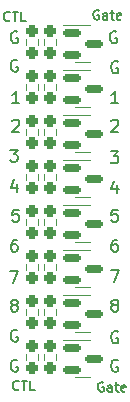
<source format=gto>
G04 #@! TF.GenerationSoftware,KiCad,Pcbnew,(6.0.7)*
G04 #@! TF.CreationDate,2023-04-10T20:46:38+08:00*
G04 #@! TF.ProjectId,switchNMos1,73776974-6368-44e4-9d6f-73312e6b6963,rev?*
G04 #@! TF.SameCoordinates,Original*
G04 #@! TF.FileFunction,Legend,Top*
G04 #@! TF.FilePolarity,Positive*
%FSLAX46Y46*%
G04 Gerber Fmt 4.6, Leading zero omitted, Abs format (unit mm)*
G04 Created by KiCad (PCBNEW (6.0.7)) date 2023-04-10 20:46:38*
%MOMM*%
%LPD*%
G01*
G04 APERTURE LIST*
G04 Aperture macros list*
%AMRoundRect*
0 Rectangle with rounded corners*
0 $1 Rounding radius*
0 $2 $3 $4 $5 $6 $7 $8 $9 X,Y pos of 4 corners*
0 Add a 4 corners polygon primitive as box body*
4,1,4,$2,$3,$4,$5,$6,$7,$8,$9,$2,$3,0*
0 Add four circle primitives for the rounded corners*
1,1,$1+$1,$2,$3*
1,1,$1+$1,$4,$5*
1,1,$1+$1,$6,$7*
1,1,$1+$1,$8,$9*
0 Add four rect primitives between the rounded corners*
20,1,$1+$1,$2,$3,$4,$5,0*
20,1,$1+$1,$4,$5,$6,$7,0*
20,1,$1+$1,$6,$7,$8,$9,0*
20,1,$1+$1,$8,$9,$2,$3,0*%
G04 Aperture macros list end*
%ADD10C,0.150000*%
%ADD11C,0.120000*%
%ADD12RoundRect,0.237500X-0.237500X0.250000X-0.237500X-0.250000X0.237500X-0.250000X0.237500X0.250000X0*%
%ADD13RoundRect,0.150000X-0.587500X-0.150000X0.587500X-0.150000X0.587500X0.150000X-0.587500X0.150000X0*%
%ADD14R,1.700000X1.700000*%
%ADD15O,1.700000X1.700000*%
G04 APERTURE END LIST*
D10*
X126880904Y-116340000D02*
X126785666Y-116292380D01*
X126642809Y-116292380D01*
X126499952Y-116340000D01*
X126404714Y-116435238D01*
X126357095Y-116530476D01*
X126309476Y-116720952D01*
X126309476Y-116863809D01*
X126357095Y-117054285D01*
X126404714Y-117149523D01*
X126499952Y-117244761D01*
X126642809Y-117292380D01*
X126738047Y-117292380D01*
X126880904Y-117244761D01*
X126928523Y-117197142D01*
X126928523Y-116863809D01*
X126738047Y-116863809D01*
X126880904Y-113800000D02*
X126785666Y-113752380D01*
X126642809Y-113752380D01*
X126499952Y-113800000D01*
X126404714Y-113895238D01*
X126357095Y-113990476D01*
X126309476Y-114180952D01*
X126309476Y-114323809D01*
X126357095Y-114514285D01*
X126404714Y-114609523D01*
X126499952Y-114704761D01*
X126642809Y-114752380D01*
X126738047Y-114752380D01*
X126880904Y-114704761D01*
X126928523Y-114657142D01*
X126928523Y-114323809D01*
X126738047Y-114323809D01*
X135389904Y-116340000D02*
X135294666Y-116292380D01*
X135151809Y-116292380D01*
X135008952Y-116340000D01*
X134913714Y-116435238D01*
X134866095Y-116530476D01*
X134818476Y-116720952D01*
X134818476Y-116863809D01*
X134866095Y-117054285D01*
X134913714Y-117149523D01*
X135008952Y-117244761D01*
X135151809Y-117292380D01*
X135247047Y-117292380D01*
X135389904Y-117244761D01*
X135437523Y-117197142D01*
X135437523Y-116863809D01*
X135247047Y-116863809D01*
X135389904Y-113927000D02*
X135294666Y-113879380D01*
X135151809Y-113879380D01*
X135008952Y-113927000D01*
X134913714Y-114022238D01*
X134866095Y-114117476D01*
X134818476Y-114307952D01*
X134818476Y-114450809D01*
X134866095Y-114641285D01*
X134913714Y-114736523D01*
X135008952Y-114831761D01*
X135151809Y-114879380D01*
X135247047Y-114879380D01*
X135389904Y-114831761D01*
X135437523Y-114784142D01*
X135437523Y-114450809D01*
X135247047Y-114450809D01*
X126523761Y-111640952D02*
X126428523Y-111593333D01*
X126380904Y-111545714D01*
X126333285Y-111450476D01*
X126333285Y-111402857D01*
X126380904Y-111307619D01*
X126428523Y-111260000D01*
X126523761Y-111212380D01*
X126714238Y-111212380D01*
X126809476Y-111260000D01*
X126857095Y-111307619D01*
X126904714Y-111402857D01*
X126904714Y-111450476D01*
X126857095Y-111545714D01*
X126809476Y-111593333D01*
X126714238Y-111640952D01*
X126523761Y-111640952D01*
X126428523Y-111688571D01*
X126380904Y-111736190D01*
X126333285Y-111831428D01*
X126333285Y-112021904D01*
X126380904Y-112117142D01*
X126428523Y-112164761D01*
X126523761Y-112212380D01*
X126714238Y-112212380D01*
X126809476Y-112164761D01*
X126857095Y-112117142D01*
X126904714Y-112021904D01*
X126904714Y-111831428D01*
X126857095Y-111736190D01*
X126809476Y-111688571D01*
X126714238Y-111640952D01*
X135032761Y-111640952D02*
X134937523Y-111593333D01*
X134889904Y-111545714D01*
X134842285Y-111450476D01*
X134842285Y-111402857D01*
X134889904Y-111307619D01*
X134937523Y-111260000D01*
X135032761Y-111212380D01*
X135223238Y-111212380D01*
X135318476Y-111260000D01*
X135366095Y-111307619D01*
X135413714Y-111402857D01*
X135413714Y-111450476D01*
X135366095Y-111545714D01*
X135318476Y-111593333D01*
X135223238Y-111640952D01*
X135032761Y-111640952D01*
X134937523Y-111688571D01*
X134889904Y-111736190D01*
X134842285Y-111831428D01*
X134842285Y-112021904D01*
X134889904Y-112117142D01*
X134937523Y-112164761D01*
X135032761Y-112212380D01*
X135223238Y-112212380D01*
X135318476Y-112164761D01*
X135366095Y-112117142D01*
X135413714Y-112021904D01*
X135413714Y-111831428D01*
X135366095Y-111736190D01*
X135318476Y-111688571D01*
X135223238Y-111640952D01*
X126285666Y-108799380D02*
X126952333Y-108799380D01*
X126523761Y-109799380D01*
X134794666Y-108672380D02*
X135461333Y-108672380D01*
X135032761Y-109672380D01*
X126809476Y-106132380D02*
X126619000Y-106132380D01*
X126523761Y-106180000D01*
X126476142Y-106227619D01*
X126380904Y-106370476D01*
X126333285Y-106560952D01*
X126333285Y-106941904D01*
X126380904Y-107037142D01*
X126428523Y-107084761D01*
X126523761Y-107132380D01*
X126714238Y-107132380D01*
X126809476Y-107084761D01*
X126857095Y-107037142D01*
X126904714Y-106941904D01*
X126904714Y-106703809D01*
X126857095Y-106608571D01*
X126809476Y-106560952D01*
X126714238Y-106513333D01*
X126523761Y-106513333D01*
X126428523Y-106560952D01*
X126380904Y-106608571D01*
X126333285Y-106703809D01*
X135318476Y-106132380D02*
X135128000Y-106132380D01*
X135032761Y-106180000D01*
X134985142Y-106227619D01*
X134889904Y-106370476D01*
X134842285Y-106560952D01*
X134842285Y-106941904D01*
X134889904Y-107037142D01*
X134937523Y-107084761D01*
X135032761Y-107132380D01*
X135223238Y-107132380D01*
X135318476Y-107084761D01*
X135366095Y-107037142D01*
X135413714Y-106941904D01*
X135413714Y-106703809D01*
X135366095Y-106608571D01*
X135318476Y-106560952D01*
X135223238Y-106513333D01*
X135032761Y-106513333D01*
X134937523Y-106560952D01*
X134889904Y-106608571D01*
X134842285Y-106703809D01*
X126984095Y-103592380D02*
X126507904Y-103592380D01*
X126460285Y-104068571D01*
X126507904Y-104020952D01*
X126603142Y-103973333D01*
X126841238Y-103973333D01*
X126936476Y-104020952D01*
X126984095Y-104068571D01*
X127031714Y-104163809D01*
X127031714Y-104401904D01*
X126984095Y-104497142D01*
X126936476Y-104544761D01*
X126841238Y-104592380D01*
X126603142Y-104592380D01*
X126507904Y-104544761D01*
X126460285Y-104497142D01*
X135366095Y-103592380D02*
X134889904Y-103592380D01*
X134842285Y-104068571D01*
X134889904Y-104020952D01*
X134985142Y-103973333D01*
X135223238Y-103973333D01*
X135318476Y-104020952D01*
X135366095Y-104068571D01*
X135413714Y-104163809D01*
X135413714Y-104401904D01*
X135366095Y-104497142D01*
X135318476Y-104544761D01*
X135223238Y-104592380D01*
X134985142Y-104592380D01*
X134889904Y-104544761D01*
X134842285Y-104497142D01*
X126809476Y-101385714D02*
X126809476Y-102052380D01*
X126571380Y-101004761D02*
X126333285Y-101719047D01*
X126952333Y-101719047D01*
X135318476Y-101512714D02*
X135318476Y-102179380D01*
X135080380Y-101131761D02*
X134842285Y-101846047D01*
X135461333Y-101846047D01*
X126285666Y-98512380D02*
X126904714Y-98512380D01*
X126571380Y-98893333D01*
X126714238Y-98893333D01*
X126809476Y-98940952D01*
X126857095Y-98988571D01*
X126904714Y-99083809D01*
X126904714Y-99321904D01*
X126857095Y-99417142D01*
X126809476Y-99464761D01*
X126714238Y-99512380D01*
X126428523Y-99512380D01*
X126333285Y-99464761D01*
X126285666Y-99417142D01*
X134794666Y-98639380D02*
X135413714Y-98639380D01*
X135080380Y-99020333D01*
X135223238Y-99020333D01*
X135318476Y-99067952D01*
X135366095Y-99115571D01*
X135413714Y-99210809D01*
X135413714Y-99448904D01*
X135366095Y-99544142D01*
X135318476Y-99591761D01*
X135223238Y-99639380D01*
X134937523Y-99639380D01*
X134842285Y-99591761D01*
X134794666Y-99544142D01*
X126460285Y-96067619D02*
X126507904Y-96020000D01*
X126603142Y-95972380D01*
X126841238Y-95972380D01*
X126936476Y-96020000D01*
X126984095Y-96067619D01*
X127031714Y-96162857D01*
X127031714Y-96258095D01*
X126984095Y-96400952D01*
X126412666Y-96972380D01*
X127031714Y-96972380D01*
X134842285Y-96067619D02*
X134889904Y-96020000D01*
X134985142Y-95972380D01*
X135223238Y-95972380D01*
X135318476Y-96020000D01*
X135366095Y-96067619D01*
X135413714Y-96162857D01*
X135413714Y-96258095D01*
X135366095Y-96400952D01*
X134794666Y-96972380D01*
X135413714Y-96972380D01*
X127031714Y-94559380D02*
X126460285Y-94559380D01*
X126746000Y-94559380D02*
X126746000Y-93559380D01*
X126650761Y-93702238D01*
X126555523Y-93797476D01*
X126460285Y-93845095D01*
X135413714Y-94559380D02*
X134842285Y-94559380D01*
X135128000Y-94559380D02*
X135128000Y-93559380D01*
X135032761Y-93702238D01*
X134937523Y-93797476D01*
X134842285Y-93845095D01*
X126880904Y-90940000D02*
X126785666Y-90892380D01*
X126642809Y-90892380D01*
X126499952Y-90940000D01*
X126404714Y-91035238D01*
X126357095Y-91130476D01*
X126309476Y-91320952D01*
X126309476Y-91463809D01*
X126357095Y-91654285D01*
X126404714Y-91749523D01*
X126499952Y-91844761D01*
X126642809Y-91892380D01*
X126738047Y-91892380D01*
X126880904Y-91844761D01*
X126928523Y-91797142D01*
X126928523Y-91463809D01*
X126738047Y-91463809D01*
X126880904Y-88527000D02*
X126785666Y-88479380D01*
X126642809Y-88479380D01*
X126499952Y-88527000D01*
X126404714Y-88622238D01*
X126357095Y-88717476D01*
X126309476Y-88907952D01*
X126309476Y-89050809D01*
X126357095Y-89241285D01*
X126404714Y-89336523D01*
X126499952Y-89431761D01*
X126642809Y-89479380D01*
X126738047Y-89479380D01*
X126880904Y-89431761D01*
X126928523Y-89384142D01*
X126928523Y-89050809D01*
X126738047Y-89050809D01*
X135389904Y-91067000D02*
X135294666Y-91019380D01*
X135151809Y-91019380D01*
X135008952Y-91067000D01*
X134913714Y-91162238D01*
X134866095Y-91257476D01*
X134818476Y-91447952D01*
X134818476Y-91590809D01*
X134866095Y-91781285D01*
X134913714Y-91876523D01*
X135008952Y-91971761D01*
X135151809Y-92019380D01*
X135247047Y-92019380D01*
X135389904Y-91971761D01*
X135437523Y-91924142D01*
X135437523Y-91590809D01*
X135247047Y-91590809D01*
X135262904Y-88527000D02*
X135167666Y-88479380D01*
X135024809Y-88479380D01*
X134881952Y-88527000D01*
X134786714Y-88622238D01*
X134739095Y-88717476D01*
X134691476Y-88907952D01*
X134691476Y-89050809D01*
X134739095Y-89241285D01*
X134786714Y-89336523D01*
X134881952Y-89431761D01*
X135024809Y-89479380D01*
X135120047Y-89479380D01*
X135262904Y-89431761D01*
X135310523Y-89384142D01*
X135310523Y-89050809D01*
X135120047Y-89050809D01*
X133769190Y-86722000D02*
X133693000Y-86683904D01*
X133578714Y-86683904D01*
X133464428Y-86722000D01*
X133388238Y-86798190D01*
X133350142Y-86874380D01*
X133312047Y-87026761D01*
X133312047Y-87141047D01*
X133350142Y-87293428D01*
X133388238Y-87369619D01*
X133464428Y-87445809D01*
X133578714Y-87483904D01*
X133654904Y-87483904D01*
X133769190Y-87445809D01*
X133807285Y-87407714D01*
X133807285Y-87141047D01*
X133654904Y-87141047D01*
X134493000Y-87483904D02*
X134493000Y-87064857D01*
X134454904Y-86988666D01*
X134378714Y-86950571D01*
X134226333Y-86950571D01*
X134150142Y-86988666D01*
X134493000Y-87445809D02*
X134416809Y-87483904D01*
X134226333Y-87483904D01*
X134150142Y-87445809D01*
X134112047Y-87369619D01*
X134112047Y-87293428D01*
X134150142Y-87217238D01*
X134226333Y-87179142D01*
X134416809Y-87179142D01*
X134493000Y-87141047D01*
X134759666Y-86950571D02*
X135064428Y-86950571D01*
X134873952Y-86683904D02*
X134873952Y-87369619D01*
X134912047Y-87445809D01*
X134988238Y-87483904D01*
X135064428Y-87483904D01*
X135635857Y-87445809D02*
X135559666Y-87483904D01*
X135407285Y-87483904D01*
X135331095Y-87445809D01*
X135293000Y-87369619D01*
X135293000Y-87064857D01*
X135331095Y-86988666D01*
X135407285Y-86950571D01*
X135559666Y-86950571D01*
X135635857Y-86988666D01*
X135673952Y-87064857D01*
X135673952Y-87141047D01*
X135293000Y-87217238D01*
X134150190Y-118218000D02*
X134074000Y-118179904D01*
X133959714Y-118179904D01*
X133845428Y-118218000D01*
X133769238Y-118294190D01*
X133731142Y-118370380D01*
X133693047Y-118522761D01*
X133693047Y-118637047D01*
X133731142Y-118789428D01*
X133769238Y-118865619D01*
X133845428Y-118941809D01*
X133959714Y-118979904D01*
X134035904Y-118979904D01*
X134150190Y-118941809D01*
X134188285Y-118903714D01*
X134188285Y-118637047D01*
X134035904Y-118637047D01*
X134874000Y-118979904D02*
X134874000Y-118560857D01*
X134835904Y-118484666D01*
X134759714Y-118446571D01*
X134607333Y-118446571D01*
X134531142Y-118484666D01*
X134874000Y-118941809D02*
X134797809Y-118979904D01*
X134607333Y-118979904D01*
X134531142Y-118941809D01*
X134493047Y-118865619D01*
X134493047Y-118789428D01*
X134531142Y-118713238D01*
X134607333Y-118675142D01*
X134797809Y-118675142D01*
X134874000Y-118637047D01*
X135140666Y-118446571D02*
X135445428Y-118446571D01*
X135254952Y-118179904D02*
X135254952Y-118865619D01*
X135293047Y-118941809D01*
X135369238Y-118979904D01*
X135445428Y-118979904D01*
X136016857Y-118941809D02*
X135940666Y-118979904D01*
X135788285Y-118979904D01*
X135712095Y-118941809D01*
X135674000Y-118865619D01*
X135674000Y-118560857D01*
X135712095Y-118484666D01*
X135788285Y-118446571D01*
X135940666Y-118446571D01*
X136016857Y-118484666D01*
X136054952Y-118560857D01*
X136054952Y-118637047D01*
X135674000Y-118713238D01*
X127000047Y-118776714D02*
X126961952Y-118814809D01*
X126847666Y-118852904D01*
X126771476Y-118852904D01*
X126657190Y-118814809D01*
X126581000Y-118738619D01*
X126542904Y-118662428D01*
X126504809Y-118510047D01*
X126504809Y-118395761D01*
X126542904Y-118243380D01*
X126581000Y-118167190D01*
X126657190Y-118091000D01*
X126771476Y-118052904D01*
X126847666Y-118052904D01*
X126961952Y-118091000D01*
X127000047Y-118129095D01*
X127228619Y-118052904D02*
X127685761Y-118052904D01*
X127457190Y-118852904D02*
X127457190Y-118052904D01*
X128333380Y-118852904D02*
X127952428Y-118852904D01*
X127952428Y-118052904D01*
X126238047Y-87534714D02*
X126199952Y-87572809D01*
X126085666Y-87610904D01*
X126009476Y-87610904D01*
X125895190Y-87572809D01*
X125819000Y-87496619D01*
X125780904Y-87420428D01*
X125742809Y-87268047D01*
X125742809Y-87153761D01*
X125780904Y-87001380D01*
X125819000Y-86925190D01*
X125895190Y-86849000D01*
X126009476Y-86810904D01*
X126085666Y-86810904D01*
X126199952Y-86849000D01*
X126238047Y-86887095D01*
X126466619Y-86810904D02*
X126923761Y-86810904D01*
X126695190Y-87610904D02*
X126695190Y-86810904D01*
X127571380Y-87610904D02*
X127190428Y-87610904D01*
X127190428Y-86810904D01*
D11*
X127572000Y-96773276D02*
X127572000Y-97282724D01*
X128617000Y-96773276D02*
X128617000Y-97282724D01*
X130141000Y-89153276D02*
X130141000Y-89662724D01*
X129096000Y-89153276D02*
X129096000Y-89662724D01*
X132412500Y-117765000D02*
X131762500Y-117765000D01*
X132412500Y-114645000D02*
X130737500Y-114645000D01*
X132412500Y-117765000D02*
X133062500Y-117765000D01*
X132412500Y-114645000D02*
X133062500Y-114645000D01*
X128617000Y-115823276D02*
X128617000Y-116332724D01*
X127572000Y-115823276D02*
X127572000Y-116332724D01*
X130141000Y-96773276D02*
X130141000Y-97282724D01*
X129096000Y-96773276D02*
X129096000Y-97282724D01*
X130141000Y-104393276D02*
X130141000Y-104902724D01*
X129096000Y-104393276D02*
X129096000Y-104902724D01*
X130141000Y-108203276D02*
X130141000Y-108712724D01*
X129096000Y-108203276D02*
X129096000Y-108712724D01*
X132412500Y-98715000D02*
X133062500Y-98715000D01*
X132412500Y-95595000D02*
X130737500Y-95595000D01*
X132412500Y-95595000D02*
X133062500Y-95595000D01*
X132412500Y-98715000D02*
X131762500Y-98715000D01*
X129096000Y-92963276D02*
X129096000Y-93472724D01*
X130141000Y-92963276D02*
X130141000Y-93472724D01*
X132412500Y-99405000D02*
X133062500Y-99405000D01*
X132412500Y-99405000D02*
X130737500Y-99405000D01*
X132412500Y-102525000D02*
X133062500Y-102525000D01*
X132412500Y-102525000D02*
X131762500Y-102525000D01*
X132412500Y-113955000D02*
X131762500Y-113955000D01*
X132412500Y-110835000D02*
X130737500Y-110835000D01*
X132412500Y-110835000D02*
X133062500Y-110835000D01*
X132412500Y-113955000D02*
X133062500Y-113955000D01*
X127572000Y-92963276D02*
X127572000Y-93472724D01*
X128617000Y-92963276D02*
X128617000Y-93472724D01*
X130141000Y-115823276D02*
X130141000Y-116332724D01*
X129096000Y-115823276D02*
X129096000Y-116332724D01*
X127572000Y-108203276D02*
X127572000Y-108712724D01*
X128617000Y-108203276D02*
X128617000Y-108712724D01*
X127572000Y-100583276D02*
X127572000Y-101092724D01*
X128617000Y-100583276D02*
X128617000Y-101092724D01*
X128617000Y-89153276D02*
X128617000Y-89662724D01*
X127572000Y-89153276D02*
X127572000Y-89662724D01*
X129096000Y-100583276D02*
X129096000Y-101092724D01*
X130141000Y-100583276D02*
X130141000Y-101092724D01*
X130141000Y-112013276D02*
X130141000Y-112522724D01*
X129096000Y-112013276D02*
X129096000Y-112522724D01*
X132412500Y-94905000D02*
X131762500Y-94905000D01*
X132412500Y-91785000D02*
X130737500Y-91785000D01*
X132412500Y-94905000D02*
X133062500Y-94905000D01*
X132412500Y-91785000D02*
X133062500Y-91785000D01*
X128617000Y-104393276D02*
X128617000Y-104902724D01*
X127572000Y-104393276D02*
X127572000Y-104902724D01*
X132412500Y-91095000D02*
X133062500Y-91095000D01*
X132412500Y-91095000D02*
X131762500Y-91095000D01*
X132412500Y-87975000D02*
X130737500Y-87975000D01*
X132412500Y-87975000D02*
X133062500Y-87975000D01*
X128617000Y-112013276D02*
X128617000Y-112522724D01*
X127572000Y-112013276D02*
X127572000Y-112522724D01*
X132412500Y-107025000D02*
X133062500Y-107025000D01*
X132412500Y-110145000D02*
X133062500Y-110145000D01*
X132412500Y-107025000D02*
X130737500Y-107025000D01*
X132412500Y-110145000D02*
X131762500Y-110145000D01*
X132412500Y-106335000D02*
X133062500Y-106335000D01*
X132412500Y-103215000D02*
X130737500Y-103215000D01*
X132412500Y-106335000D02*
X131762500Y-106335000D01*
X132412500Y-103215000D02*
X133062500Y-103215000D01*
%LPC*%
D12*
X128094500Y-96115500D03*
X128094500Y-97940500D03*
X129618500Y-88495500D03*
X129618500Y-90320500D03*
D13*
X131475000Y-115255000D03*
X131475000Y-117155000D03*
X133350000Y-116205000D03*
D12*
X128094500Y-115165500D03*
X128094500Y-116990500D03*
X129618500Y-96115500D03*
X129618500Y-97940500D03*
X129618500Y-103735500D03*
X129618500Y-105560500D03*
X129618500Y-107545500D03*
X129618500Y-109370500D03*
D13*
X131475000Y-96205000D03*
X131475000Y-98105000D03*
X133350000Y-97155000D03*
D12*
X129618500Y-92305500D03*
X129618500Y-94130500D03*
D13*
X131475000Y-100015000D03*
X131475000Y-101915000D03*
X133350000Y-100965000D03*
X131475000Y-111445000D03*
X131475000Y-113345000D03*
X133350000Y-112395000D03*
D12*
X128094500Y-92305500D03*
X128094500Y-94130500D03*
X129618500Y-115165500D03*
X129618500Y-116990500D03*
X128094500Y-107545500D03*
X128094500Y-109370500D03*
X128094500Y-99925500D03*
X128094500Y-101750500D03*
X128094500Y-88495500D03*
X128094500Y-90320500D03*
X129618500Y-99925500D03*
X129618500Y-101750500D03*
X129618500Y-111355500D03*
X129618500Y-113180500D03*
D13*
X131475000Y-92395000D03*
X131475000Y-94295000D03*
X133350000Y-93345000D03*
D12*
X128094500Y-103735500D03*
X128094500Y-105560500D03*
D13*
X131475000Y-88585000D03*
X131475000Y-90485000D03*
X133350000Y-89535000D03*
D12*
X128094500Y-111355500D03*
X128094500Y-113180500D03*
D13*
X131475000Y-107635000D03*
X131475000Y-109535000D03*
X133350000Y-108585000D03*
X131475000Y-103825000D03*
X131475000Y-105725000D03*
X133350000Y-104775000D03*
D14*
X137160000Y-88900000D03*
D15*
X137160000Y-91440000D03*
X137160000Y-93980000D03*
X137160000Y-96520000D03*
X137160000Y-99060000D03*
X137160000Y-101600000D03*
X137160000Y-104140000D03*
X137160000Y-106680000D03*
X137160000Y-109220000D03*
X137160000Y-111760000D03*
X137160000Y-114300000D03*
X137160000Y-116840000D03*
D14*
X124460000Y-88900000D03*
D15*
X124460000Y-91440000D03*
X124460000Y-93980000D03*
X124460000Y-96520000D03*
X124460000Y-99060000D03*
X124460000Y-101600000D03*
X124460000Y-104140000D03*
X124460000Y-106680000D03*
X124460000Y-109220000D03*
X124460000Y-111760000D03*
X124460000Y-114300000D03*
X124460000Y-116840000D03*
M02*

</source>
